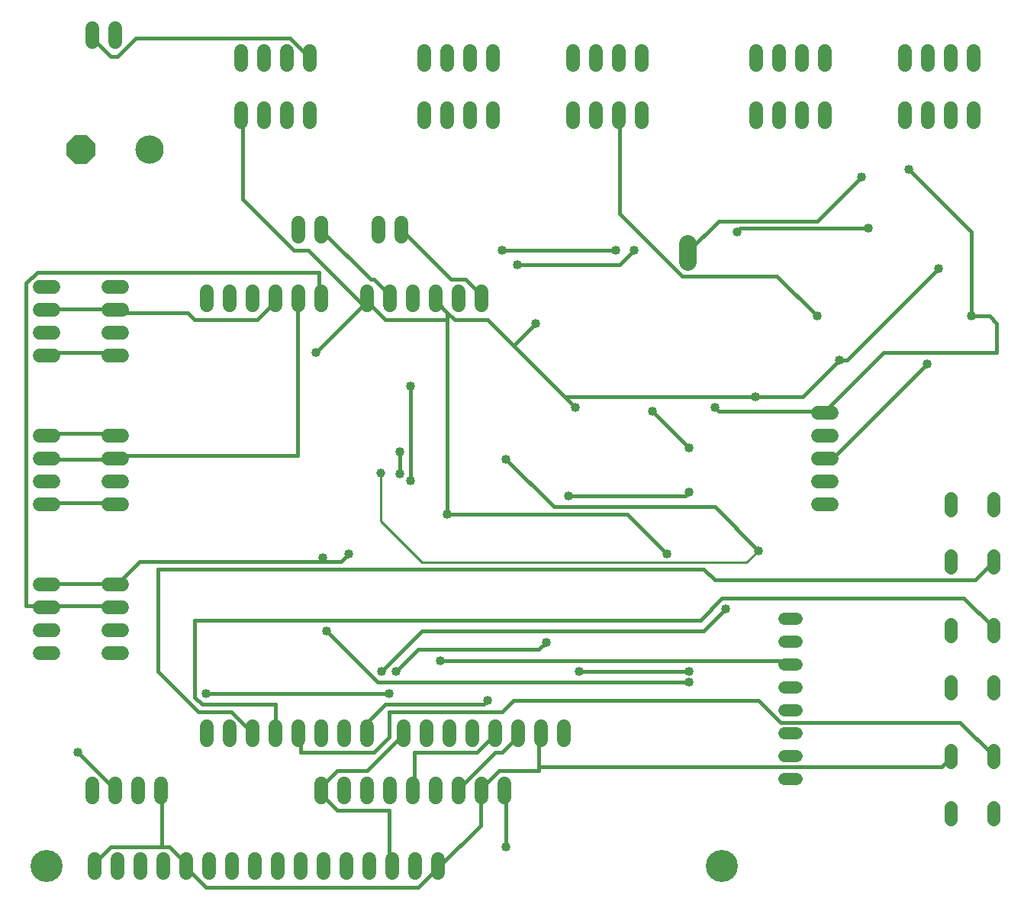
<source format=gbl>
G75*
G70*
%OFA0B0*%
%FSLAX24Y24*%
%IPPOS*%
%LPD*%
%AMOC8*
5,1,8,0,0,1.08239X$1,22.5*
%
%ADD10C,0.0600*%
%ADD11C,0.0554*%
%ADD12C,0.1400*%
%ADD13C,0.0780*%
%ADD14C,0.0520*%
%ADD15OC8,0.1240*%
%ADD16C,0.1240*%
%ADD17C,0.0160*%
%ADD18C,0.0400*%
%ADD19C,0.0396*%
%ADD20C,0.0100*%
D10*
X004372Y002501D02*
X004372Y003101D01*
X005372Y003101D02*
X005372Y002501D01*
X006372Y002501D02*
X006372Y003101D01*
X007372Y003101D02*
X007372Y002501D01*
X008372Y002501D02*
X008372Y003101D01*
X009372Y003101D02*
X009372Y002501D01*
X010372Y002501D02*
X010372Y003101D01*
X011372Y003101D02*
X011372Y002501D01*
X012372Y002501D02*
X012372Y003101D01*
X013372Y003101D02*
X013372Y002501D01*
X014372Y002501D02*
X014372Y003101D01*
X015372Y003101D02*
X015372Y002501D01*
X016372Y002501D02*
X016372Y003101D01*
X017372Y003101D02*
X017372Y002501D01*
X018372Y002501D02*
X018372Y003101D01*
X019372Y003101D02*
X019372Y002501D01*
X019272Y005801D02*
X019272Y006401D01*
X018272Y006401D02*
X018272Y005801D01*
X017272Y005801D02*
X017272Y006401D01*
X016272Y006401D02*
X016272Y005801D01*
X015272Y005801D02*
X015272Y006401D01*
X014272Y006401D02*
X014272Y005801D01*
X014272Y008301D02*
X014272Y008901D01*
X013272Y008901D02*
X013272Y008301D01*
X012272Y008301D02*
X012272Y008901D01*
X011272Y008901D02*
X011272Y008301D01*
X010272Y008301D02*
X010272Y008901D01*
X009272Y008901D02*
X009272Y008301D01*
X007272Y006401D02*
X007272Y005801D01*
X006272Y005801D02*
X006272Y006401D01*
X005272Y006401D02*
X005272Y005801D01*
X004272Y005801D02*
X004272Y006401D01*
X004972Y012101D02*
X005572Y012101D01*
X005572Y013101D02*
X004972Y013101D01*
X004972Y014101D02*
X005572Y014101D01*
X005572Y015101D02*
X004972Y015101D01*
X002572Y015101D02*
X001972Y015101D01*
X001972Y014101D02*
X002572Y014101D01*
X002572Y013101D02*
X001972Y013101D01*
X001972Y012101D02*
X002572Y012101D01*
X002572Y018601D02*
X001972Y018601D01*
X001972Y019601D02*
X002572Y019601D01*
X002572Y020601D02*
X001972Y020601D01*
X001972Y021601D02*
X002572Y021601D01*
X004972Y021601D02*
X005572Y021601D01*
X005572Y020601D02*
X004972Y020601D01*
X004972Y019601D02*
X005572Y019601D01*
X005572Y018601D02*
X004972Y018601D01*
X004972Y025101D02*
X005572Y025101D01*
X005572Y026101D02*
X004972Y026101D01*
X004972Y027101D02*
X005572Y027101D01*
X005572Y028101D02*
X004972Y028101D01*
X002572Y028101D02*
X001972Y028101D01*
X001972Y027101D02*
X002572Y027101D01*
X002572Y026101D02*
X001972Y026101D01*
X001972Y025101D02*
X002572Y025101D01*
X009272Y027301D02*
X009272Y027901D01*
X010272Y027901D02*
X010272Y027301D01*
X011272Y027301D02*
X011272Y027901D01*
X012272Y027901D02*
X012272Y027301D01*
X013272Y027301D02*
X013272Y027901D01*
X014272Y027901D02*
X014272Y027301D01*
X016272Y027301D02*
X016272Y027901D01*
X017272Y027901D02*
X017272Y027301D01*
X018272Y027301D02*
X018272Y027901D01*
X019272Y027901D02*
X019272Y027301D01*
X020272Y027301D02*
X020272Y027901D01*
X021272Y027901D02*
X021272Y027301D01*
X017772Y030301D02*
X017772Y030901D01*
X016772Y030901D02*
X016772Y030301D01*
X014272Y030301D02*
X014272Y030901D01*
X013272Y030901D02*
X013272Y030301D01*
X012772Y035301D02*
X012772Y035901D01*
X011772Y035901D02*
X011772Y035301D01*
X010772Y035301D02*
X010772Y035901D01*
X010772Y037801D02*
X010772Y038401D01*
X011772Y038401D02*
X011772Y037801D01*
X012772Y037801D02*
X012772Y038401D01*
X013772Y038401D02*
X013772Y037801D01*
X013772Y035901D02*
X013772Y035301D01*
X018772Y035301D02*
X018772Y035901D01*
X019772Y035901D02*
X019772Y035301D01*
X020772Y035301D02*
X020772Y035901D01*
X021772Y035901D02*
X021772Y035301D01*
X021772Y037801D02*
X021772Y038401D01*
X020772Y038401D02*
X020772Y037801D01*
X019772Y037801D02*
X019772Y038401D01*
X018772Y038401D02*
X018772Y037801D01*
X025272Y037801D02*
X025272Y038401D01*
X026272Y038401D02*
X026272Y037801D01*
X027272Y037801D02*
X027272Y038401D01*
X028272Y038401D02*
X028272Y037801D01*
X028272Y035901D02*
X028272Y035301D01*
X027272Y035301D02*
X027272Y035901D01*
X026272Y035901D02*
X026272Y035301D01*
X025272Y035301D02*
X025272Y035901D01*
X033272Y035901D02*
X033272Y035301D01*
X034272Y035301D02*
X034272Y035901D01*
X035272Y035901D02*
X035272Y035301D01*
X036272Y035301D02*
X036272Y035901D01*
X036272Y037801D02*
X036272Y038401D01*
X035272Y038401D02*
X035272Y037801D01*
X034272Y037801D02*
X034272Y038401D01*
X033272Y038401D02*
X033272Y037801D01*
X039772Y037801D02*
X039772Y038401D01*
X040772Y038401D02*
X040772Y037801D01*
X041772Y037801D02*
X041772Y038401D01*
X042772Y038401D02*
X042772Y037801D01*
X042772Y035901D02*
X042772Y035301D01*
X041772Y035301D02*
X041772Y035901D01*
X040772Y035901D02*
X040772Y035301D01*
X039772Y035301D02*
X039772Y035901D01*
X036572Y022601D02*
X035972Y022601D01*
X035972Y021601D02*
X036572Y021601D01*
X036572Y020601D02*
X035972Y020601D01*
X035972Y019601D02*
X036572Y019601D01*
X036572Y018601D02*
X035972Y018601D01*
X024872Y008901D02*
X024872Y008301D01*
X023872Y008301D02*
X023872Y008901D01*
X022872Y008901D02*
X022872Y008301D01*
X021872Y008301D02*
X021872Y008901D01*
X020872Y008901D02*
X020872Y008301D01*
X019872Y008301D02*
X019872Y008901D01*
X018872Y008901D02*
X018872Y008301D01*
X017872Y008301D02*
X017872Y008901D01*
X016272Y008901D02*
X016272Y008301D01*
X015272Y008301D02*
X015272Y008901D01*
X020272Y006401D02*
X020272Y005801D01*
X021272Y005801D02*
X021272Y006401D01*
X022272Y006401D02*
X022272Y005801D01*
X005272Y038801D02*
X005272Y039401D01*
X004272Y039401D02*
X004272Y038801D01*
D11*
X041772Y018878D02*
X041772Y018324D01*
X043647Y018324D02*
X043647Y018878D01*
X043647Y016378D02*
X043647Y015824D01*
X041772Y015824D02*
X041772Y016378D01*
X041772Y013378D02*
X041772Y012824D01*
X043647Y012824D02*
X043647Y013378D01*
X043647Y010878D02*
X043647Y010324D01*
X041772Y010324D02*
X041772Y010878D01*
X041772Y007878D02*
X041772Y007324D01*
X043647Y007324D02*
X043647Y007878D01*
X043647Y005378D02*
X043647Y004824D01*
X041772Y004824D02*
X041772Y005378D01*
D12*
X002272Y002801D03*
X031772Y002801D03*
D13*
X030272Y029211D02*
X030272Y029991D01*
D14*
X034512Y013601D02*
X035032Y013601D01*
X035032Y012601D02*
X034512Y012601D01*
X034512Y011601D02*
X035032Y011601D01*
X035032Y010601D02*
X034512Y010601D01*
X034512Y009601D02*
X035032Y009601D01*
X035032Y008601D02*
X034512Y008601D01*
X034512Y007601D02*
X035032Y007601D01*
X035032Y006601D02*
X034512Y006601D01*
D15*
X003772Y034101D03*
D16*
X006772Y034101D03*
D17*
X010772Y035601D02*
X010832Y035461D01*
X010832Y031941D01*
X013072Y029701D01*
X013712Y029701D01*
X016112Y027301D01*
X016272Y027601D01*
X016272Y027461D01*
X017072Y026661D01*
X019792Y026661D01*
X019792Y018181D01*
X027632Y018181D01*
X029392Y016421D01*
X030992Y015781D02*
X031472Y015301D01*
X042832Y015301D01*
X043632Y016101D01*
X043647Y016101D01*
X042352Y014501D02*
X043632Y013221D01*
X043647Y013101D01*
X042352Y014501D02*
X031792Y014501D01*
X030832Y013541D01*
X008752Y013541D01*
X008752Y010181D01*
X009072Y009861D01*
X012272Y009861D01*
X012272Y008601D01*
X013272Y008601D02*
X013392Y008581D01*
X013392Y007781D01*
X016592Y007781D01*
X017232Y008421D01*
X017232Y009541D01*
X022192Y009541D01*
X022672Y010021D01*
X033392Y010021D01*
X034352Y009061D01*
X042192Y009061D01*
X043632Y007621D01*
X043647Y007601D01*
X041772Y007601D02*
X041712Y007461D01*
X041392Y007141D01*
X023792Y007141D01*
X023792Y008581D01*
X023872Y008601D01*
X022992Y008581D02*
X022872Y008601D01*
X022992Y008581D02*
X022192Y007781D01*
X021872Y007781D01*
X020272Y006181D01*
X020272Y006101D01*
X021232Y006181D02*
X021272Y006101D01*
X021232Y006021D01*
X021232Y004581D01*
X019472Y002821D01*
X019372Y002801D01*
X019312Y002661D01*
X018512Y001861D01*
X009232Y001861D01*
X008432Y002661D01*
X008372Y002801D01*
X008432Y002821D01*
X007632Y003621D01*
X007312Y003621D01*
X005072Y003621D01*
X004272Y002821D01*
X004372Y002801D01*
X007312Y003621D02*
X007312Y006021D01*
X007272Y006101D01*
X005272Y006101D02*
X005232Y006181D01*
X003632Y007781D01*
X007152Y011301D02*
X007152Y015781D01*
X030992Y015781D01*
X031952Y014021D02*
X030992Y013061D01*
X018672Y013061D01*
X016912Y011301D01*
X016752Y010821D02*
X014512Y013061D01*
X016752Y010821D02*
X030352Y010821D01*
X030352Y011301D02*
X025552Y011301D01*
X024112Y012581D02*
X023792Y012261D01*
X018512Y012261D01*
X017552Y011301D01*
X017232Y010341D02*
X009232Y010341D01*
X008912Y009541D02*
X007152Y011301D01*
X008912Y009541D02*
X010352Y009541D01*
X011152Y008741D01*
X011272Y008601D01*
X014192Y006181D02*
X014272Y006101D01*
X014192Y006021D01*
X014992Y005221D01*
X017232Y005221D01*
X017232Y002821D01*
X017372Y002801D01*
X018272Y006101D02*
X018352Y006181D01*
X018352Y007781D01*
X021072Y007781D01*
X021872Y008581D01*
X021872Y008601D01*
X021392Y009861D02*
X017072Y009861D01*
X016272Y009061D01*
X016272Y008601D01*
X017872Y008581D02*
X017872Y008601D01*
X017872Y008581D02*
X016272Y006981D01*
X014992Y006981D01*
X014192Y006181D01*
X019472Y011781D02*
X034512Y011781D01*
X034672Y011621D01*
X034772Y011601D01*
X033392Y016581D02*
X031472Y018501D01*
X024432Y018501D01*
X022352Y020581D01*
X025072Y018981D02*
X030192Y018981D01*
X030352Y019141D01*
X030352Y021061D02*
X028752Y022661D01*
X031472Y022821D02*
X031632Y022661D01*
X036272Y022661D01*
X036272Y022601D01*
X036272Y022661D02*
X038832Y025221D01*
X043792Y025221D01*
X043792Y026501D01*
X043472Y026821D01*
X042672Y026821D01*
X042672Y030501D01*
X039952Y033221D01*
X037872Y032901D02*
X035952Y030981D01*
X031632Y030981D01*
X030352Y029701D01*
X030272Y029601D01*
X030032Y028581D02*
X027312Y031301D01*
X027312Y035461D01*
X027272Y035601D01*
X032432Y030501D02*
X032592Y030661D01*
X038192Y030661D01*
X041232Y028901D02*
X037232Y024901D01*
X036912Y024901D01*
X035312Y023301D01*
X033232Y023301D01*
X024912Y023301D01*
X025392Y022821D01*
X024912Y023301D02*
X022672Y025541D01*
X023632Y026501D01*
X022672Y025541D02*
X021552Y026661D01*
X020112Y026661D01*
X019792Y026981D01*
X019792Y026661D01*
X019792Y026981D02*
X019312Y027461D01*
X019272Y027601D01*
X019952Y028421D02*
X017772Y030601D01*
X016592Y028421D02*
X017392Y027621D01*
X017272Y027601D01*
X016272Y027461D02*
X016112Y027301D01*
X014032Y025221D01*
X013232Y027461D02*
X013272Y027601D01*
X013232Y027461D02*
X013232Y020741D01*
X005392Y020741D01*
X005272Y020601D01*
X005232Y020581D01*
X002352Y020581D01*
X002272Y020601D01*
X002272Y021601D02*
X002352Y021701D01*
X005232Y021701D01*
X005272Y021601D01*
X005232Y018661D02*
X002352Y018661D01*
X002272Y018601D01*
X005232Y018661D02*
X005272Y018601D01*
X006352Y016101D02*
X005392Y015141D01*
X005272Y015101D01*
X005232Y015141D01*
X002352Y015141D01*
X002272Y015101D01*
X002192Y014181D02*
X001392Y014181D01*
X001392Y028261D01*
X001872Y028741D01*
X014192Y028741D01*
X014192Y027621D01*
X014272Y027601D01*
X012272Y027601D02*
X012272Y027461D01*
X011472Y026661D01*
X008752Y026661D01*
X008432Y026981D01*
X005392Y026981D01*
X005272Y027101D01*
X005232Y027141D01*
X002352Y027141D01*
X002272Y027101D01*
X002352Y025221D02*
X002272Y025101D01*
X002352Y025221D02*
X005232Y025221D01*
X005272Y025101D01*
X014272Y030601D02*
X014352Y030501D01*
X016432Y028421D01*
X016592Y028421D01*
X019952Y028421D02*
X020592Y028421D01*
X021392Y027621D01*
X021272Y027601D01*
X022832Y029061D02*
X027312Y029061D01*
X027952Y029701D01*
X027152Y029701D02*
X022192Y029701D01*
X018192Y023781D02*
X018192Y019621D01*
X017712Y019941D02*
X017712Y020901D01*
X015472Y016421D02*
X015152Y016101D01*
X014352Y016101D01*
X014352Y016261D01*
X014352Y016101D02*
X006352Y016101D01*
X005232Y014181D02*
X005272Y014101D01*
X005232Y014181D02*
X002352Y014181D01*
X002272Y014101D01*
X002192Y014181D01*
X021392Y009861D02*
X021552Y010021D01*
X022032Y006981D02*
X021232Y006181D01*
X022272Y006101D02*
X022352Y006021D01*
X022352Y003621D01*
X022032Y006981D02*
X023792Y006981D01*
X023792Y007141D01*
X036272Y020601D02*
X036272Y020741D01*
X036752Y020741D01*
X040752Y024741D01*
X035952Y026821D02*
X034192Y028581D01*
X030032Y028581D01*
X013772Y038101D02*
X013712Y038181D01*
X012912Y038981D01*
X006192Y038981D01*
X005392Y038181D01*
X005072Y038181D01*
X004272Y038981D01*
X004272Y039101D01*
D18*
X014032Y025221D03*
X018192Y023781D03*
X017712Y020901D03*
X017712Y019941D03*
X018192Y019621D03*
X019792Y018181D03*
X022352Y020581D03*
X025072Y018981D03*
X025392Y022821D03*
X028752Y022661D03*
X030352Y021061D03*
X031472Y022821D03*
X033232Y023301D03*
X036912Y024901D03*
X035952Y026821D03*
X038192Y030661D03*
X037872Y032901D03*
X039952Y033221D03*
X041232Y028901D03*
X042672Y026821D03*
X040752Y024741D03*
X032432Y030501D03*
X027952Y029701D03*
X027152Y029701D03*
X023632Y026501D03*
X022832Y029061D03*
X022192Y029701D03*
X030352Y019141D03*
X033392Y016581D03*
X031952Y014021D03*
X030352Y011301D03*
X030352Y010821D03*
X025552Y011301D03*
X024112Y012581D03*
X021552Y010021D03*
X019472Y011781D03*
X017552Y011301D03*
X016912Y011301D03*
X017232Y010341D03*
X014512Y013061D03*
X014352Y016261D03*
X015472Y016421D03*
X009232Y010341D03*
X003632Y007781D03*
X022352Y003621D03*
X029392Y016421D03*
D19*
X016872Y019951D03*
X016872Y019951D03*
D20*
X016872Y017851D01*
X018672Y016051D01*
X032862Y016051D01*
X033392Y016581D01*
M02*

</source>
